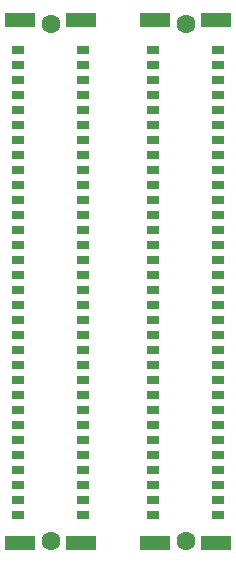
<source format=gts>
G04 #@! TF.FileFunction,Soldermask,Top*
%FSLAX46Y46*%
G04 Gerber Fmt 4.6, Leading zero omitted, Abs format (unit mm)*
G04 Created by KiCad (PCBNEW 4.0.4-stable) date 12/05/16 22:10:46*
%MOMM*%
%LPD*%
G01*
G04 APERTURE LIST*
%ADD10C,0.150000*%
%ADD11R,1.100000X0.800000*%
%ADD12R,2.500000X1.200000*%
%ADD13C,1.600000*%
G04 APERTURE END LIST*
D10*
D11*
X13070000Y-43290000D03*
X18570000Y-43290000D03*
X13070000Y-42020000D03*
X18570000Y-42020000D03*
X13070000Y-40750000D03*
X18570000Y-40750000D03*
X13070000Y-39480000D03*
X18570000Y-39480000D03*
X13070000Y-38210000D03*
X18570000Y-38210000D03*
X13070000Y-36940000D03*
X18570000Y-36940000D03*
X13070000Y-35670000D03*
X18570000Y-35670000D03*
X13070000Y-34400000D03*
X18570000Y-34400000D03*
X13070000Y-33130000D03*
X18570000Y-33130000D03*
X13070000Y-31860000D03*
X18570000Y-31860000D03*
X13070000Y-30590000D03*
X18570000Y-30590000D03*
X13070000Y-29320000D03*
X18570000Y-29320000D03*
X13070000Y-28050000D03*
X18570000Y-28050000D03*
X13070000Y-26780000D03*
X18570000Y-26780000D03*
X13070000Y-25510000D03*
X18570000Y-25510000D03*
X13070000Y-24240000D03*
X18570000Y-24240000D03*
X13070000Y-22970000D03*
X18570000Y-22970000D03*
X13070000Y-21700000D03*
X18570000Y-21700000D03*
X13070000Y-20430000D03*
X18570000Y-20430000D03*
X13070000Y-19160000D03*
X18570000Y-19160000D03*
X13070000Y-17890000D03*
X18570000Y-17890000D03*
X13070000Y-16620000D03*
X18570000Y-16620000D03*
X13070000Y-15350000D03*
X18570000Y-15350000D03*
X13070000Y-14080000D03*
X18570000Y-14080000D03*
X13070000Y-12810000D03*
X18570000Y-12810000D03*
X13070000Y-11540000D03*
X18570000Y-11540000D03*
X13070000Y-10270000D03*
X18570000Y-10270000D03*
X13070000Y-9000000D03*
X18570000Y-9000000D03*
X13070000Y-7730000D03*
X18570000Y-7730000D03*
X13070000Y-6460000D03*
X18570000Y-6460000D03*
X13070000Y-5190000D03*
X18570000Y-5190000D03*
X13070000Y-3920000D03*
X18570000Y-3920000D03*
D12*
X13270000Y-1410000D03*
X18370000Y-1410000D03*
X13270000Y-45700000D03*
X18370000Y-45700000D03*
D13*
X15820000Y-1710000D03*
X15820000Y-45500000D03*
D11*
X1640000Y-43290000D03*
X7140000Y-43290000D03*
X1640000Y-42020000D03*
X7140000Y-42020000D03*
X1640000Y-40750000D03*
X7140000Y-40750000D03*
X1640000Y-39480000D03*
X7140000Y-39480000D03*
X1640000Y-38210000D03*
X7140000Y-38210000D03*
X1640000Y-36940000D03*
X7140000Y-36940000D03*
X1640000Y-35670000D03*
X7140000Y-35670000D03*
X1640000Y-34400000D03*
X7140000Y-34400000D03*
X1640000Y-33130000D03*
X7140000Y-33130000D03*
X1640000Y-31860000D03*
X7140000Y-31860000D03*
X1640000Y-30590000D03*
X7140000Y-30590000D03*
X1640000Y-29320000D03*
X7140000Y-29320000D03*
X1640000Y-28050000D03*
X7140000Y-28050000D03*
X1640000Y-26780000D03*
X7140000Y-26780000D03*
X1640000Y-25510000D03*
X7140000Y-25510000D03*
X1640000Y-24240000D03*
X7140000Y-24240000D03*
X1640000Y-22970000D03*
X7140000Y-22970000D03*
X1640000Y-21700000D03*
X7140000Y-21700000D03*
X1640000Y-20430000D03*
X7140000Y-20430000D03*
X1640000Y-19160000D03*
X7140000Y-19160000D03*
X1640000Y-17890000D03*
X7140000Y-17890000D03*
X1640000Y-16620000D03*
X7140000Y-16620000D03*
X1640000Y-15350000D03*
X7140000Y-15350000D03*
X1640000Y-14080000D03*
X7140000Y-14080000D03*
X1640000Y-12810000D03*
X7140000Y-12810000D03*
X1640000Y-11540000D03*
X7140000Y-11540000D03*
X1640000Y-10270000D03*
X7140000Y-10270000D03*
X1640000Y-9000000D03*
X7140000Y-9000000D03*
X1640000Y-7730000D03*
X7140000Y-7730000D03*
X1640000Y-6460000D03*
X7140000Y-6460000D03*
X1640000Y-5190000D03*
X7140000Y-5190000D03*
X1640000Y-3920000D03*
X7140000Y-3920000D03*
D12*
X1840000Y-1410000D03*
X6940000Y-1410000D03*
X1840000Y-45700000D03*
X6940000Y-45700000D03*
D13*
X4390000Y-1710000D03*
X4390000Y-45500000D03*
M02*

</source>
